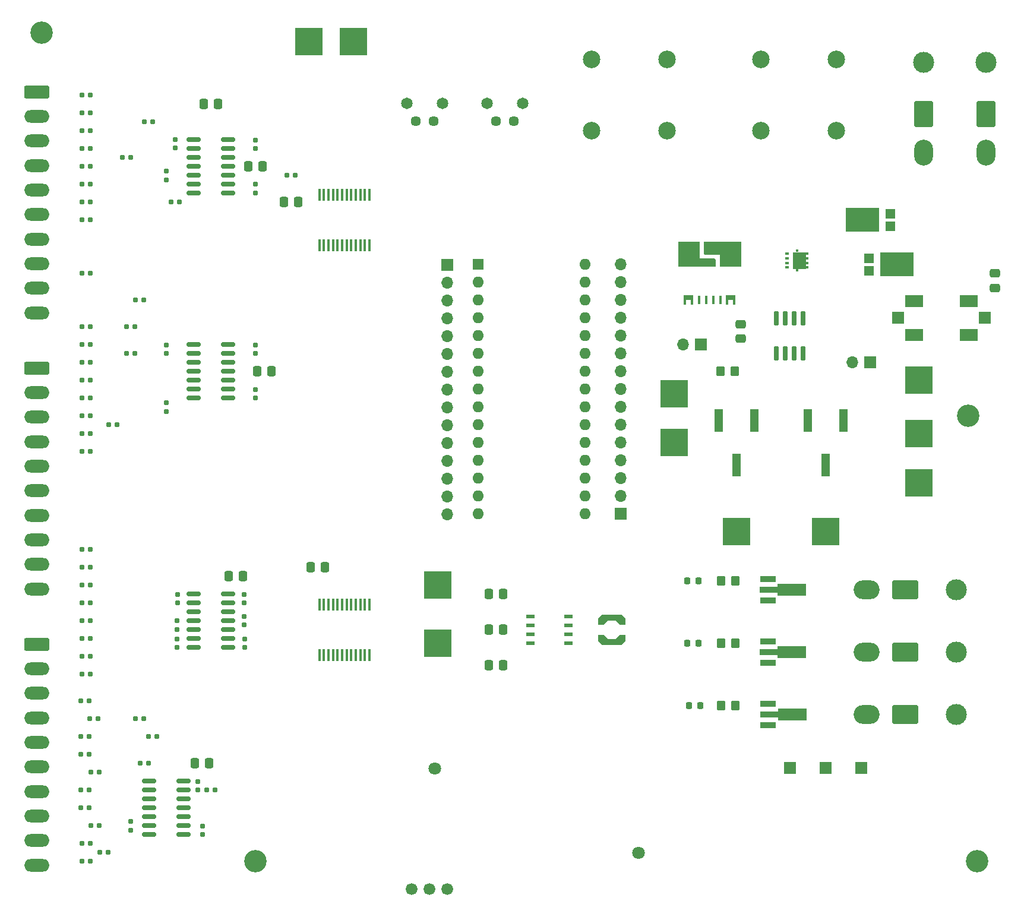
<source format=gts>
%TF.GenerationSoftware,KiCad,Pcbnew,(6.0.4)*%
%TF.CreationDate,2023-01-14T20:05:49-08:00*%
%TF.ProjectId,fcp-control-pcb,6663702d-636f-46e7-9472-6f6c2d706362,rev?*%
%TF.SameCoordinates,Original*%
%TF.FileFunction,Soldermask,Top*%
%TF.FilePolarity,Negative*%
%FSLAX46Y46*%
G04 Gerber Fmt 4.6, Leading zero omitted, Abs format (unit mm)*
G04 Created by KiCad (PCBNEW (6.0.4)) date 2023-01-14 20:05:49*
%MOMM*%
%LPD*%
G01*
G04 APERTURE LIST*
G04 Aperture macros list*
%AMRoundRect*
0 Rectangle with rounded corners*
0 $1 Rounding radius*
0 $2 $3 $4 $5 $6 $7 $8 $9 X,Y pos of 4 corners*
0 Add a 4 corners polygon primitive as box body*
4,1,4,$2,$3,$4,$5,$6,$7,$8,$9,$2,$3,0*
0 Add four circle primitives for the rounded corners*
1,1,$1+$1,$2,$3*
1,1,$1+$1,$4,$5*
1,1,$1+$1,$6,$7*
1,1,$1+$1,$8,$9*
0 Add four rect primitives between the rounded corners*
20,1,$1+$1,$2,$3,$4,$5,0*
20,1,$1+$1,$4,$5,$6,$7,0*
20,1,$1+$1,$6,$7,$8,$9,0*
20,1,$1+$1,$8,$9,$2,$3,0*%
%AMFreePoly0*
4,1,9,0.330000,-0.700000,-0.980000,-0.700000,-0.980000,-0.300000,-0.330000,-0.300000,-0.330000,0.300000,-0.980000,0.300000,-0.980000,0.700000,0.330000,0.700000,0.330000,-0.700000,0.330000,-0.700000,$1*%
%AMFreePoly1*
4,1,14,1.750000,-1.535000,-1.750000,-1.535000,-1.750000,1.535000,-0.125000,1.535000,-0.125000,3.595000,-0.124936,3.595064,-0.125000,3.595349,-0.105064,3.682046,-0.049503,3.751522,0.030690,3.790030,0.069996,3.789996,0.075000,3.795000,1.750000,3.795000,1.750000,-1.535000,1.750000,-1.535000,$1*%
%AMFreePoly2*
4,1,12,1.750000,-1.535000,-0.625000,-1.535000,-0.625001,-3.595698,-0.645088,-3.682360,-0.700770,-3.751739,-0.781031,-3.790107,-0.820005,-3.790005,-0.825000,-3.795000,-1.750000,-3.795000,-1.750000,1.535000,1.750000,1.535000,1.750000,-1.535000,1.750000,-1.535000,$1*%
%AMFreePoly3*
4,1,11,1.015000,1.170000,0.435000,0.575000,0.435000,-0.575000,1.015000,-1.170000,1.015000,-1.945000,0.125000,-1.945000,-0.435000,-1.395000,-0.435000,1.395000,0.125000,1.945000,1.015000,1.945000,1.015000,1.170000,1.015000,1.170000,$1*%
%AMFreePoly4*
4,1,11,0.435000,1.395000,0.435000,-1.395000,-0.125000,-1.945000,-1.015000,-1.945000,-1.015000,-1.170000,-0.435000,-0.575000,-0.435000,0.575000,-1.015000,1.170000,-1.015000,1.945000,-0.125000,1.945000,0.435000,1.395000,0.435000,1.395000,$1*%
%AMFreePoly5*
4,1,9,5.362500,-0.866500,1.237500,-0.866500,1.237500,-0.450000,-1.237500,-0.450000,-1.237500,0.450000,1.237500,0.450000,1.237500,0.866500,5.362500,0.866500,5.362500,-0.866500,5.362500,-0.866500,$1*%
G04 Aperture macros list end*
%ADD10RoundRect,0.160000X0.197500X0.160000X-0.197500X0.160000X-0.197500X-0.160000X0.197500X-0.160000X0*%
%ADD11RoundRect,0.250000X-1.550000X0.650000X-1.550000X-0.650000X1.550000X-0.650000X1.550000X0.650000X0*%
%ADD12O,3.600000X1.800000*%
%ADD13RoundRect,0.160000X-0.197500X-0.160000X0.197500X-0.160000X0.197500X0.160000X-0.197500X0.160000X0*%
%ADD14C,1.650000*%
%ADD15C,1.450000*%
%ADD16RoundRect,0.042000X0.258000X-0.943000X0.258000X0.943000X-0.258000X0.943000X-0.258000X-0.943000X0*%
%ADD17RoundRect,0.250000X-0.475000X0.337500X-0.475000X-0.337500X0.475000X-0.337500X0.475000X0.337500X0*%
%ADD18R,1.700000X1.700000*%
%ADD19RoundRect,0.250000X0.337500X0.475000X-0.337500X0.475000X-0.337500X-0.475000X0.337500X-0.475000X0*%
%ADD20RoundRect,0.160000X-0.160000X0.197500X-0.160000X-0.197500X0.160000X-0.197500X0.160000X0.197500X0*%
%ADD21RoundRect,0.250000X-0.337500X-0.475000X0.337500X-0.475000X0.337500X0.475000X-0.337500X0.475000X0*%
%ADD22R,4.000000X4.000000*%
%ADD23R,2.660000X1.700000*%
%ADD24RoundRect,0.250000X-0.350000X-0.450000X0.350000X-0.450000X0.350000X0.450000X-0.350000X0.450000X0*%
%ADD25C,3.000000*%
%ADD26RoundRect,0.250001X-1.599999X1.099999X-1.599999X-1.099999X1.599999X-1.099999X1.599999X1.099999X0*%
%ADD27O,3.700000X2.700000*%
%ADD28R,1.250000X0.600000*%
%ADD29O,1.700000X1.700000*%
%ADD30R,4.860000X3.360000*%
%ADD31R,1.400000X1.390000*%
%ADD32RoundRect,0.160000X0.160000X-0.197500X0.160000X0.197500X-0.160000X0.197500X-0.160000X-0.197500X0*%
%ADD33C,3.200000*%
%ADD34RoundRect,0.150000X-0.825000X-0.150000X0.825000X-0.150000X0.825000X0.150000X-0.825000X0.150000X0*%
%ADD35C,2.500000*%
%ADD36RoundRect,0.250001X-1.099999X-1.599999X1.099999X-1.599999X1.099999X1.599999X-1.099999X1.599999X0*%
%ADD37O,2.700000X3.700000*%
%ADD38R,0.450000X1.750000*%
%ADD39FreePoly0,90.000000*%
%ADD40R,0.400000X1.300000*%
%ADD41FreePoly1,90.000000*%
%ADD42FreePoly2,90.000000*%
%ADD43FreePoly3,270.000000*%
%ADD44FreePoly4,270.000000*%
%ADD45RoundRect,0.250000X0.475000X-0.337500X0.475000X0.337500X-0.475000X0.337500X-0.475000X-0.337500X0*%
%ADD46C,1.680000*%
%ADD47C,1.800000*%
%ADD48RoundRect,0.218750X-0.218750X-0.256250X0.218750X-0.256250X0.218750X0.256250X-0.218750X0.256250X0*%
%ADD49R,2.300000X0.900000*%
%ADD50FreePoly5,0.000000*%
%ADD51R,1.190000X3.300000*%
%ADD52R,0.500000X0.350000*%
%ADD53R,0.300000X0.400000*%
%ADD54R,1.980000X2.450000*%
%ADD55R,0.430000X0.380000*%
%ADD56RoundRect,0.150000X0.825000X0.150000X-0.825000X0.150000X-0.825000X-0.150000X0.825000X-0.150000X0*%
%ADD57R,1.600000X1.600000*%
%ADD58O,1.600000X1.600000*%
G04 APERTURE END LIST*
D10*
%TO.C,R19*%
X65199879Y-129540000D03*
X64004879Y-129540000D03*
%TD*%
D11*
%TO.C,J15*%
X57777500Y-37607500D03*
D12*
X57777500Y-41107500D03*
X57777500Y-44607500D03*
X57777500Y-48107500D03*
X57777500Y-51607500D03*
X57777500Y-55107500D03*
X57777500Y-58607500D03*
X57777500Y-62107500D03*
X57777500Y-65607500D03*
X57777500Y-69107500D03*
%TD*%
D13*
%TO.C,R33*%
X66712500Y-146050000D03*
X67907500Y-146050000D03*
%TD*%
D14*
%TO.C,D5*%
X127000000Y-39272500D03*
X121920000Y-39272500D03*
D15*
X123190000Y-41812500D03*
X125730000Y-41812500D03*
%TD*%
D16*
%TO.C,U2*%
X163195000Y-74860000D03*
X164465000Y-74860000D03*
X165735000Y-74860000D03*
X167005000Y-74860000D03*
X167005000Y-69920000D03*
X165735000Y-69920000D03*
X164465000Y-69920000D03*
X163195000Y-69920000D03*
%TD*%
D17*
%TO.C,C6*%
X158115000Y-70717500D03*
X158115000Y-72792500D03*
%TD*%
D18*
%TO.C,TP14*%
X175260000Y-133985000D03*
%TD*%
D19*
%TO.C,C3*%
X124227500Y-119380000D03*
X122152500Y-119380000D03*
%TD*%
D10*
%TO.C,R117*%
X65367500Y-55880000D03*
X64172500Y-55880000D03*
%TD*%
%TO.C,R114*%
X65367500Y-48260000D03*
X64172500Y-48260000D03*
%TD*%
D20*
%TO.C,R71*%
X87273583Y-109260843D03*
X87273583Y-110455843D03*
%TD*%
D21*
%TO.C,C19*%
X87862500Y-48260000D03*
X89937500Y-48260000D03*
%TD*%
D13*
%TO.C,R120*%
X93382500Y-49530000D03*
X94577500Y-49530000D03*
%TD*%
D22*
%TO.C,TP17*%
X114935000Y-107950000D03*
%TD*%
D23*
%TO.C,F1*%
X190623000Y-72300000D03*
D18*
X192913000Y-69850000D03*
D23*
X190623000Y-67400000D03*
X182795000Y-72300000D03*
D18*
X180505000Y-69850000D03*
D23*
X182795000Y-67400000D03*
%TD*%
D10*
%TO.C,R22*%
X65199879Y-139700000D03*
X64004879Y-139700000D03*
%TD*%
%TO.C,R112*%
X65367500Y-43180000D03*
X64172500Y-43180000D03*
%TD*%
%TO.C,R51*%
X65367500Y-105410000D03*
X64172500Y-105410000D03*
%TD*%
D13*
%TO.C,R121*%
X73062500Y-41910000D03*
X74257500Y-41910000D03*
%TD*%
D22*
%TO.C,TP3*%
X114935000Y-116205000D03*
%TD*%
D10*
%TO.C,R38*%
X73660000Y-133350000D03*
X72465000Y-133350000D03*
%TD*%
D24*
%TO.C,R8*%
X155315219Y-116205000D03*
X157315219Y-116205000D03*
%TD*%
D13*
%TO.C,R25*%
X81952500Y-137160000D03*
X83147500Y-137160000D03*
%TD*%
D25*
%TO.C,J10*%
X188810000Y-126365000D03*
D26*
X181510000Y-126365000D03*
D27*
X176010000Y-126365000D03*
%TD*%
D28*
%TO.C,U1*%
X128110000Y-112395000D03*
X128110000Y-113665000D03*
X128110000Y-114935000D03*
X128110000Y-116205000D03*
X133510000Y-116205000D03*
X133510000Y-114935000D03*
X133510000Y-113665000D03*
X133510000Y-112395000D03*
%TD*%
D18*
%TO.C,J1*%
X116215000Y-62260000D03*
D29*
X116215000Y-64800000D03*
X116215000Y-67340000D03*
X116215000Y-69880000D03*
X116215000Y-72420000D03*
X116215000Y-74960000D03*
X116215000Y-77500000D03*
X116215000Y-80040000D03*
X116215000Y-82580000D03*
X116215000Y-85120000D03*
X116215000Y-87660000D03*
X116215000Y-90200000D03*
X116215000Y-92740000D03*
X116215000Y-95280000D03*
X116215000Y-97820000D03*
%TD*%
D10*
%TO.C,R23*%
X65367500Y-147320000D03*
X64172500Y-147320000D03*
%TD*%
%TO.C,R87*%
X65367500Y-83820000D03*
X64172500Y-83820000D03*
%TD*%
D22*
%TO.C,TP11*%
X183515000Y-93345000D03*
%TD*%
%TO.C,TP7*%
X96520000Y-30480000D03*
%TD*%
D30*
%TO.C,D3*%
X175410000Y-55880000D03*
D31*
X179392000Y-54960000D03*
X179392000Y-56800000D03*
%TD*%
D10*
%TO.C,R57*%
X65367500Y-120650000D03*
X64172500Y-120650000D03*
%TD*%
D18*
%TO.C,J9*%
X152400000Y-73660000D03*
D29*
X149860000Y-73660000D03*
%TD*%
D10*
%TO.C,R82*%
X65367500Y-71120000D03*
X64172500Y-71120000D03*
%TD*%
%TO.C,R116*%
X65367500Y-53340000D03*
X64172500Y-53340000D03*
%TD*%
D32*
%TO.C,R65*%
X77708283Y-114218888D03*
X77708283Y-113023888D03*
%TD*%
D22*
%TO.C,TP5*%
X148590000Y-80645000D03*
%TD*%
D21*
%TO.C,C22*%
X89132500Y-77470000D03*
X91207500Y-77470000D03*
%TD*%
D22*
%TO.C,TP10*%
X157480000Y-100330000D03*
%TD*%
D33*
%TO.C,H2*%
X190500000Y-83820000D03*
%TD*%
D18*
%TO.C,J2*%
X140980000Y-97790000D03*
D29*
X140980000Y-95250000D03*
X140980000Y-92710000D03*
X140980000Y-90170000D03*
X140980000Y-87630000D03*
X140980000Y-85090000D03*
X140980000Y-82550000D03*
X140980000Y-80010000D03*
X140980000Y-77470000D03*
X140980000Y-74930000D03*
X140980000Y-72390000D03*
X140980000Y-69850000D03*
X140980000Y-67310000D03*
X140980000Y-64770000D03*
X140980000Y-62230000D03*
%TD*%
D32*
%TO.C,R123*%
X76200000Y-50127500D03*
X76200000Y-48932500D03*
%TD*%
D20*
%TO.C,R41*%
X80662804Y-135924390D03*
X80662804Y-137119390D03*
%TD*%
D22*
%TO.C,TP12*%
X183515000Y-86360000D03*
%TD*%
D10*
%TO.C,R129*%
X78067500Y-53340000D03*
X76872500Y-53340000D03*
%TD*%
%TO.C,R85*%
X65367500Y-78740000D03*
X64172500Y-78740000D03*
%TD*%
D33*
%TO.C,H1*%
X191770000Y-147320000D03*
%TD*%
D10*
%TO.C,R54*%
X65367500Y-113030000D03*
X64172500Y-113030000D03*
%TD*%
%TO.C,R115*%
X65367500Y-50800000D03*
X64172500Y-50800000D03*
%TD*%
D30*
%TO.C,D4*%
X180340000Y-62230000D03*
D31*
X176358000Y-61310000D03*
X176358000Y-63150000D03*
%TD*%
D34*
%TO.C,U6*%
X73725000Y-135890000D03*
X73725000Y-137160000D03*
X73725000Y-138430000D03*
X73725000Y-139700000D03*
X73725000Y-140970000D03*
X73725000Y-142240000D03*
X73725000Y-143510000D03*
X78675000Y-143510000D03*
X78675000Y-142240000D03*
X78675000Y-140970000D03*
X78675000Y-139700000D03*
X78675000Y-138430000D03*
X78675000Y-137160000D03*
X78675000Y-135890000D03*
%TD*%
D10*
%TO.C,R31*%
X66637500Y-134620000D03*
X65442500Y-134620000D03*
%TD*%
D20*
%TO.C,R128*%
X77495038Y-44420213D03*
X77495038Y-45615213D03*
%TD*%
D18*
%TO.C,TP16*%
X165100000Y-133985000D03*
%TD*%
D35*
%TO.C,J4*%
X136860000Y-32950000D03*
X136860000Y-43110000D03*
X147620000Y-32950000D03*
X147620000Y-43110000D03*
%TD*%
D25*
%TO.C,J7*%
X184150000Y-33440000D03*
D36*
X184150000Y-40740000D03*
D37*
X184150000Y-46240000D03*
%TD*%
D11*
%TO.C,J13*%
X57777500Y-116347500D03*
D12*
X57777500Y-119847500D03*
X57777500Y-123347500D03*
X57777500Y-126847500D03*
X57777500Y-130347500D03*
X57777500Y-133847500D03*
X57777500Y-137347500D03*
X57777500Y-140847500D03*
X57777500Y-144347500D03*
X57777500Y-147847500D03*
%TD*%
D38*
%TO.C,U14*%
X98025000Y-117900000D03*
X98675000Y-117900000D03*
X99325000Y-117900000D03*
X99975000Y-117900000D03*
X100625000Y-117900000D03*
X101275000Y-117900000D03*
X101925000Y-117900000D03*
X102575000Y-117900000D03*
X103225000Y-117900000D03*
X103875000Y-117900000D03*
X104525000Y-117900000D03*
X105175000Y-117900000D03*
X105175000Y-110700000D03*
X104525000Y-110700000D03*
X103875000Y-110700000D03*
X103225000Y-110700000D03*
X102575000Y-110700000D03*
X101925000Y-110700000D03*
X101275000Y-110700000D03*
X100625000Y-110700000D03*
X99975000Y-110700000D03*
X99325000Y-110700000D03*
X98675000Y-110700000D03*
X98025000Y-110700000D03*
%TD*%
D39*
%TO.C,U3*%
X150670000Y-66970000D03*
D40*
X152170000Y-67300000D03*
X153170000Y-67300000D03*
X154170000Y-67300000D03*
X155170000Y-67300000D03*
D39*
X156670000Y-66970000D03*
D41*
X156635000Y-60750000D03*
D42*
X150705000Y-60750000D03*
%TD*%
D10*
%TO.C,R28*%
X74855000Y-129540000D03*
X73660000Y-129540000D03*
%TD*%
D13*
%TO.C,R94*%
X70522500Y-71120000D03*
X71717500Y-71120000D03*
%TD*%
D43*
%TO.C,L1*%
X139700000Y-112535000D03*
D44*
X139700000Y-116065000D03*
%TD*%
D22*
%TO.C,TP9*%
X170180000Y-100330000D03*
%TD*%
D32*
%TO.C,R126*%
X88900000Y-51995000D03*
X88900000Y-50800000D03*
%TD*%
D45*
%TO.C,C5*%
X194310000Y-65575000D03*
X194310000Y-63500000D03*
%TD*%
D32*
%TO.C,R102*%
X88900000Y-81261902D03*
X88900000Y-80066902D03*
%TD*%
D38*
%TO.C,U13*%
X98025000Y-59480000D03*
X98675000Y-59480000D03*
X99325000Y-59480000D03*
X99975000Y-59480000D03*
X100625000Y-59480000D03*
X101275000Y-59480000D03*
X101925000Y-59480000D03*
X102575000Y-59480000D03*
X103225000Y-59480000D03*
X103875000Y-59480000D03*
X104525000Y-59480000D03*
X105175000Y-59480000D03*
X105175000Y-52280000D03*
X104525000Y-52280000D03*
X103875000Y-52280000D03*
X103225000Y-52280000D03*
X102575000Y-52280000D03*
X101925000Y-52280000D03*
X101275000Y-52280000D03*
X100625000Y-52280000D03*
X99975000Y-52280000D03*
X99325000Y-52280000D03*
X98675000Y-52280000D03*
X98025000Y-52280000D03*
%TD*%
D24*
%TO.C,R1*%
X155210000Y-77470000D03*
X157210000Y-77470000D03*
%TD*%
D10*
%TO.C,R27*%
X72987500Y-127000000D03*
X71792500Y-127000000D03*
%TD*%
%TO.C,R18*%
X65199879Y-124460000D03*
X64004879Y-124460000D03*
%TD*%
D46*
%TO.C,IC1*%
X111215000Y-151285000D03*
X113715000Y-151285000D03*
X116215000Y-151285000D03*
D47*
X114515000Y-134085000D03*
X143515000Y-146085000D03*
%TD*%
D14*
%TO.C,D6*%
X110490000Y-39272500D03*
X115570000Y-39272500D03*
D15*
X111760000Y-41812500D03*
X114300000Y-41812500D03*
%TD*%
D10*
%TO.C,R50*%
X65367500Y-102870000D03*
X64172500Y-102870000D03*
%TD*%
D32*
%TO.C,R40*%
X81338780Y-143469390D03*
X81338780Y-142274390D03*
%TD*%
D10*
%TO.C,R86*%
X65367500Y-81280000D03*
X64172500Y-81280000D03*
%TD*%
D32*
%TO.C,R70*%
X87342249Y-116789956D03*
X87342249Y-115594956D03*
%TD*%
D48*
%TO.C,D7*%
X150737281Y-125095000D03*
X152312281Y-125095000D03*
%TD*%
D24*
%TO.C,R9*%
X155315219Y-107315000D03*
X157315219Y-107315000D03*
%TD*%
D20*
%TO.C,R104*%
X76200000Y-73678097D03*
X76200000Y-74873097D03*
%TD*%
D33*
%TO.C,H4*%
X88900000Y-147320000D03*
%TD*%
D22*
%TO.C,TP13*%
X183515000Y-78740000D03*
%TD*%
D13*
%TO.C,R122*%
X69925000Y-46990000D03*
X71120000Y-46990000D03*
%TD*%
D18*
%TO.C,TP15*%
X170180000Y-133985000D03*
%TD*%
D10*
%TO.C,R88*%
X65367500Y-86360000D03*
X64172500Y-86360000D03*
%TD*%
D48*
%TO.C,D8*%
X150457500Y-116205000D03*
X152032500Y-116205000D03*
%TD*%
D10*
%TO.C,R56*%
X65367500Y-118110000D03*
X64172500Y-118110000D03*
%TD*%
%TO.C,R113*%
X65367500Y-45720000D03*
X64172500Y-45720000D03*
%TD*%
%TO.C,R55*%
X65367500Y-115570000D03*
X64172500Y-115570000D03*
%TD*%
D49*
%TO.C,Q3*%
X162005000Y-115975000D03*
D50*
X162092500Y-117475000D03*
D49*
X162005000Y-118975000D03*
%TD*%
D32*
%TO.C,R73*%
X77707418Y-116830577D03*
X77707418Y-115635577D03*
%TD*%
D49*
%TO.C,Q4*%
X162005000Y-107085000D03*
D50*
X162092500Y-108585000D03*
D49*
X162005000Y-110085000D03*
%TD*%
D21*
%TO.C,C17*%
X96752500Y-105410000D03*
X98827500Y-105410000D03*
%TD*%
D51*
%TO.C,RV2*%
X172720000Y-84430000D03*
X170180000Y-90830000D03*
X167640000Y-84430000D03*
%TD*%
D10*
%TO.C,R89*%
X65367500Y-88900000D03*
X64172500Y-88900000D03*
%TD*%
D48*
%TO.C,D9*%
X150457500Y-107315000D03*
X152032500Y-107315000D03*
%TD*%
D13*
%TO.C,R95*%
X70522500Y-74930000D03*
X71717500Y-74930000D03*
%TD*%
D52*
%TO.C,Q1*%
X164699138Y-60679585D03*
X164699138Y-61329585D03*
X164699138Y-61979585D03*
X164699138Y-62629585D03*
D53*
X167599138Y-62629585D03*
X167599138Y-61979585D03*
X167599138Y-61329585D03*
X167599138Y-60679585D03*
D54*
X166459138Y-61654585D03*
D55*
X166099138Y-60239585D03*
X166099138Y-63069585D03*
%TD*%
D25*
%TO.C,J12*%
X188810000Y-108585000D03*
D26*
X181510000Y-108585000D03*
D27*
X176010000Y-108585000D03*
%TD*%
D49*
%TO.C,Q2*%
X162014781Y-124865000D03*
D50*
X162102281Y-126365000D03*
D49*
X162014781Y-127865000D03*
%TD*%
D21*
%TO.C,C20*%
X80242500Y-133350000D03*
X82317500Y-133350000D03*
%TD*%
D11*
%TO.C,J14*%
X57777500Y-76977500D03*
D12*
X57777500Y-80477500D03*
X57777500Y-83977500D03*
X57777500Y-87477500D03*
X57777500Y-90977500D03*
X57777500Y-94477500D03*
X57777500Y-97977500D03*
X57777500Y-101477500D03*
X57777500Y-104977500D03*
X57777500Y-108477500D03*
%TD*%
D25*
%TO.C,J6*%
X193040000Y-33440000D03*
D36*
X193040000Y-40740000D03*
D37*
X193040000Y-46240000D03*
%TD*%
D35*
%TO.C,J3*%
X160990000Y-32950000D03*
X160990000Y-43110000D03*
X171750000Y-43110000D03*
X171750000Y-32950000D03*
%TD*%
D10*
%TO.C,R32*%
X66637500Y-142240000D03*
X65442500Y-142240000D03*
%TD*%
%TO.C,R24*%
X65367500Y-144780000D03*
X64172500Y-144780000D03*
%TD*%
D56*
%TO.C,U10*%
X85025000Y-81280000D03*
X85025000Y-80010000D03*
X85025000Y-78740000D03*
X85025000Y-77470000D03*
X85025000Y-76200000D03*
X85025000Y-74930000D03*
X85025000Y-73660000D03*
X80075000Y-73660000D03*
X80075000Y-74930000D03*
X80075000Y-76200000D03*
X80075000Y-77470000D03*
X80075000Y-78740000D03*
X80075000Y-80010000D03*
X80075000Y-81280000D03*
%TD*%
D10*
%TO.C,R52*%
X65367500Y-107950000D03*
X64172500Y-107950000D03*
%TD*%
D21*
%TO.C,C14*%
X85090000Y-106680000D03*
X87165000Y-106680000D03*
%TD*%
D56*
%TO.C,U8*%
X85025000Y-116840000D03*
X85025000Y-115570000D03*
X85025000Y-114300000D03*
X85025000Y-113030000D03*
X85025000Y-111760000D03*
X85025000Y-110490000D03*
X85025000Y-109220000D03*
X80075000Y-109220000D03*
X80075000Y-110490000D03*
X80075000Y-111760000D03*
X80075000Y-113030000D03*
X80075000Y-114300000D03*
X80075000Y-115570000D03*
X80075000Y-116840000D03*
%TD*%
D32*
%TO.C,R105*%
X76200000Y-83147500D03*
X76200000Y-81952500D03*
%TD*%
D10*
%TO.C,R110*%
X65367500Y-38100000D03*
X64172500Y-38100000D03*
%TD*%
D24*
%TO.C,R7*%
X155325000Y-125095000D03*
X157325000Y-125095000D03*
%TD*%
D19*
%TO.C,C2*%
X124227500Y-114300000D03*
X122152500Y-114300000D03*
%TD*%
D13*
%TO.C,R93*%
X71792500Y-67310000D03*
X72987500Y-67310000D03*
%TD*%
D10*
%TO.C,R83*%
X65367500Y-73660000D03*
X64172500Y-73660000D03*
%TD*%
D51*
%TO.C,RV1*%
X160020000Y-84430000D03*
X157480000Y-90830000D03*
X154940000Y-84430000D03*
%TD*%
D19*
%TO.C,C16*%
X95017500Y-53340000D03*
X92942500Y-53340000D03*
%TD*%
D18*
%TO.C,J8*%
X176530000Y-76200000D03*
D29*
X173990000Y-76200000D03*
%TD*%
D22*
%TO.C,TP4*%
X148590000Y-87630000D03*
%TD*%
D19*
%TO.C,C1*%
X124227500Y-109220000D03*
X122152500Y-109220000D03*
%TD*%
D10*
%TO.C,R20*%
X65199879Y-132080000D03*
X64004879Y-132080000D03*
%TD*%
D20*
%TO.C,R72*%
X77778602Y-109238910D03*
X77778602Y-110433910D03*
%TD*%
D32*
%TO.C,R62*%
X87285662Y-113558113D03*
X87285662Y-112363113D03*
%TD*%
D10*
%TO.C,R53*%
X65367500Y-110490000D03*
X64172500Y-110490000D03*
%TD*%
D21*
%TO.C,C18*%
X81512500Y-39370000D03*
X83587500Y-39370000D03*
%TD*%
D57*
%TO.C,A1*%
X120660000Y-62230000D03*
D58*
X120660000Y-64770000D03*
X120660000Y-67310000D03*
X120660000Y-69850000D03*
X120660000Y-72390000D03*
X120660000Y-74930000D03*
X120660000Y-77470000D03*
X120660000Y-80010000D03*
X120660000Y-82550000D03*
X120660000Y-85090000D03*
X120660000Y-87630000D03*
X120660000Y-90170000D03*
X120660000Y-92710000D03*
X120660000Y-95250000D03*
X120660000Y-97790000D03*
X135900000Y-97790000D03*
X135900000Y-95250000D03*
X135900000Y-92710000D03*
X135900000Y-90170000D03*
X135900000Y-87630000D03*
X135900000Y-85090000D03*
X135900000Y-82550000D03*
X135900000Y-80010000D03*
X135900000Y-77470000D03*
X135900000Y-74930000D03*
X135900000Y-72390000D03*
X135900000Y-69850000D03*
X135900000Y-67310000D03*
X135900000Y-64770000D03*
X135900000Y-62230000D03*
%TD*%
D32*
%TO.C,R39*%
X71120000Y-142837500D03*
X71120000Y-141642500D03*
%TD*%
D25*
%TO.C,J11*%
X188810000Y-117475000D03*
D26*
X181510000Y-117475000D03*
D27*
X176010000Y-117475000D03*
%TD*%
D10*
%TO.C,R30*%
X66469879Y-127000000D03*
X65274879Y-127000000D03*
%TD*%
%TO.C,R84*%
X65367500Y-76200000D03*
X64172500Y-76200000D03*
%TD*%
%TO.C,R111*%
X65367500Y-40640000D03*
X64172500Y-40640000D03*
%TD*%
D56*
%TO.C,U12*%
X85025000Y-52070000D03*
X85025000Y-50800000D03*
X85025000Y-49530000D03*
X85025000Y-48260000D03*
X85025000Y-46990000D03*
X85025000Y-45720000D03*
X85025000Y-44450000D03*
X80075000Y-44450000D03*
X80075000Y-45720000D03*
X80075000Y-46990000D03*
X80075000Y-48260000D03*
X80075000Y-49530000D03*
X80075000Y-50800000D03*
X80075000Y-52070000D03*
%TD*%
D10*
%TO.C,R92*%
X65367500Y-63500000D03*
X64172500Y-63500000D03*
%TD*%
D22*
%TO.C,TP8*%
X102870000Y-30480000D03*
%TD*%
D20*
%TO.C,R103*%
X88900000Y-73735000D03*
X88900000Y-74930000D03*
%TD*%
D10*
%TO.C,R21*%
X65199879Y-137160000D03*
X64004879Y-137160000D03*
%TD*%
D20*
%TO.C,R127*%
X88900000Y-44484058D03*
X88900000Y-45679058D03*
%TD*%
D33*
%TO.C,H3*%
X58420000Y-29210000D03*
%TD*%
D10*
%TO.C,R97*%
X69177500Y-85090000D03*
X67982500Y-85090000D03*
%TD*%
M02*

</source>
